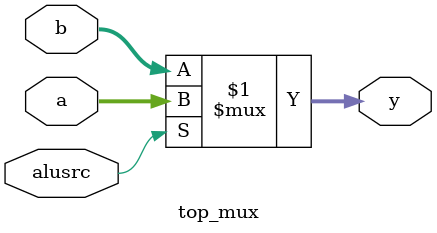
<source format=v>
`timescale 1ns / 1ps
/*
32-bit multiplexer for selecting ALU's second operand:
if alusrc == 1 -> immediate (a)
if alusrc == 0 -> register value (b)
*/

module top_mux(
    output wire [31:0] y,
    input  wire [31:0] a,      // usually s_extend
    input  wire [31:0] b,      // usually rdata2
    input  wire        alusrc
);
    assign y = alusrc ? a : b;
endmodule
</source>
